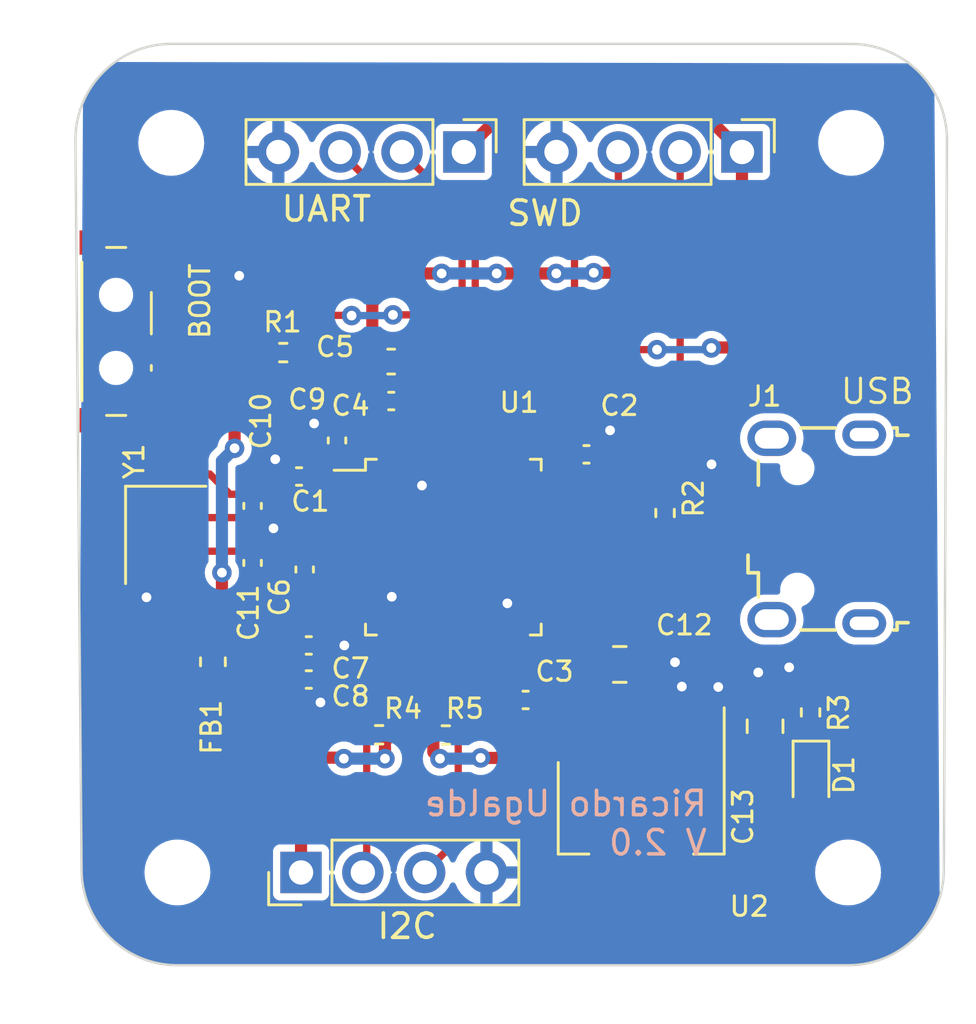
<source format=kicad_pcb>
(kicad_pcb (version 20221018) (generator pcbnew)
  (layers (0 "F.Cu" signal) (31 "B.Cu" power) (34 "B.Paste" user) (35 "F.Paste" user) (36 "B.SilkS" user "B.Silkscreen") (37 "F.SilkS" user "F.Silkscreen") (38 "B.Mask" user) (39 "F.Mask" user) (44 "Edge.Cuts" user))
  (net 0 "")
  (net 1 "+3.3V")
  (net 2 "GND")
  (net 3 "+3.3VA")
  (net 4 "/NRST")
  (net 5 "/HSE_IN")
  (net 6 "/HSE_OUT")
  (net 7 "VBUS")
  (net 8 "/PWR_LED_K")
  (net 9 "/USB_D-")
  (net 10 "/USB_D+")
  (net 13 "/SWDIO")
  (net 14 "/SWCLK")
  (net 15 "/USART1_TX")
  (net 16 "/USART1_DX")
  (net 17 "/I2C2_SCL")
  (net 18 "/I2C2_SDA")
  (net 19 "/SW_BOOT0")
  (net 20 "/BOOT0")
  (footprint "Capacitor_SMD:C_0402_1005Metric" (layer "F.Cu") (at 59.14 56.16 180)
    (fp_text reference "C3" (at -1.185 1.169) (layer "F.SilkS") (effects (font (size 0.8 0.8) (thickness 0.125))))
    (fp_text value "100n")
    (pad "1" smd roundrect (at -0.48 0 180) (size 0.56 0.62) (layers "F.Cu" "F.Paste" "F.Mask") (net 1 "+3.3V"))
    (pad "2" smd roundrect (at 0.48 0 180) (size 0.56 0.62) (layers "F.Cu" "F.Paste" "F.Mask") (net 2 "GND"))
  )
  (footprint "Resistor_SMD:R_0402_1005Metric" (layer "F.Cu") (at 49.18 41.89)
    (fp_text reference "R1" (at -0.031 -1.25) (layer "F.SilkS") (effects (font (size 0.8 0.8) (thickness 0.125))))
    (fp_text value "10K")
    (pad "1" smd roundrect (at -0.51 0) (size 0.54 0.64) (layers "F.Cu" "F.Paste" "F.Mask") (net 19 "/SW_BOOT0"))
    (pad "2" smd roundrect (at 0.51 0) (size 0.54 0.64) (layers "F.Cu" "F.Paste" "F.Mask") (net 20 "/BOOT0"))
  )
  (footprint "MountingHole:MountingHole_2.2mm_M2" (layer "F.Cu") (at 72.39 63.246)
    (fp_text reference "H4" hide)
    (fp_text value "MountingHole")
    (pad "" np_thru_hole circle (at 0 0) (size 2.2 2.2) (drill 2.2) (layers "*.Cu" "*.Mask"))
  )
  (footprint "MountingHole:MountingHole_2.2mm_M2" (layer "F.Cu") (at 44.577 33.274)
    (fp_text reference "H1" hide)
    (fp_text value "MountingHole")
    (pad "" np_thru_hole circle (at 0 0) (size 2.2 2.2) (drill 2.2) (layers "*.Cu" "*.Mask"))
  )
  (footprint "Resistor_SMD:R_0402_1005Metric" (layer "F.Cu") (at 64.87 48.48 -90)
    (fp_text reference "R2" (at -0.601 -1.17 90) (layer "F.SilkS") (effects (font (size 0.8 0.8) (thickness 0.125))))
    (fp_text value "1k5")
    (pad "1" smd roundrect (at -0.51 0 270) (size 0.54 0.64) (layers "F.Cu" "F.Paste" "F.Mask") (net 1 "+3.3V"))
    (pad "2" smd roundrect (at 0.51 0 270) (size 0.54 0.64) (layers "F.Cu" "F.Paste" "F.Mask") (net 10 "/USB_D+"))
  )
  (footprint "MountingHole:MountingHole_2.2mm_M2" (layer "F.Cu") (at 44.831 63.246)
    (fp_text reference "H3" hide)
    (fp_text value "MountingHole")
    (pad "" np_thru_hole circle (at 0 0) (size 2.2 2.2) (drill 2.2) (layers "*.Cu" "*.Mask"))
  )
  (footprint "Capacitor_SMD:C_0402_1005Metric" (layer "F.Cu") (at 47.92 50.53 90)
    (fp_text reference "C11" (at -2.048 -0.168 270) (layer "F.SilkS") (effects (font (size 0.8 0.8) (thickness 0.125))))
    (fp_text value "10p")
    (pad "1" smd roundrect (at -0.48 0 90) (size 0.56 0.62) (layers "F.Cu" "F.Paste" "F.Mask") (net 2 "GND"))
    (pad "2" smd roundrect (at 0.48 0 90) (size 0.56 0.62) (layers "F.Cu" "F.Paste" "F.Mask") (net 6 "/HSE_OUT"))
  )
  (footprint "LED_SMD:LED_0603_1608Metric" (layer "F.Cu") (at 70.866 59.3345 -90)
    (fp_text reference "D1" (at -0.09 -1.363 90) (layer "F.SilkS") (effects (font (size 0.8 0.8) (thickness 0.125))))
    (fp_text value "LED")
    (pad "1" smd roundrect (at -0.7875 0 270) (size 0.875 0.95) (layers "F.Cu" "F.Paste" "F.Mask") (net 8 "/PWR_LED_K"))
    (pad "2" smd roundrect (at 0.7875 0 270) (size 0.875 0.95) (layers "F.Cu" "F.Paste" "F.Mask") (net 1 "+3.3V"))
  )
  (footprint "Capacitor_SMD:C_0402_1005Metric" (layer "F.Cu") (at 50.23 53.92)
    (fp_text reference "C7" (at 1.713 0.944) (layer "F.SilkS") (effects (font (size 0.8 0.8) (thickness 0.125))))
    (fp_text value "1u")
    (pad "1" smd roundrect (at -0.48 0) (size 0.56 0.62) (layers "F.Cu" "F.Paste" "F.Mask") (net 3 "+3.3VA"))
    (pad "2" smd roundrect (at 0.48 0) (size 0.56 0.62) (layers "F.Cu" "F.Paste" "F.Mask") (net 2 "GND"))
  )
  (footprint "Capacitor_SMD:C_0603_1608Metric" (layer "F.Cu") (at 53.615 42.26)
    (fp_text reference "C5" (at -2.307 -0.604) (layer "F.SilkS") (effects (font (size 0.8 0.8) (thickness 0.125))))
    (fp_text value "10u")
    (pad "1" smd roundrect (at -0.775 0) (size 0.9 0.95) (layers "F.Cu" "F.Paste" "F.Mask") (net 1 "+3.3V"))
    (pad "2" smd roundrect (at 0.775 0) (size 0.9 0.95) (layers "F.Cu" "F.Paste" "F.Mask") (net 2 "GND"))
  )
  (footprint "Capacitor_SMD:C_0402_1005Metric" (layer "F.Cu") (at 47.92 48.19 90)
    (fp_text reference "C10" (at 3.486 0.34 270) (layer "F.SilkS") (effects (font (size 0.8 0.8) (thickness 0.125))))
    (fp_text value "10p")
    (pad "1" smd roundrect (at -0.48 0 90) (size 0.56 0.62) (layers "F.Cu" "F.Paste" "F.Mask") (net 2 "GND"))
    (pad "2" smd roundrect (at 0.48 0 90) (size 0.56 0.62) (layers "F.Cu" "F.Paste" "F.Mask") (net 5 "/HSE_IN"))
  )
  (footprint "Connector_PinHeader_2.54mm:PinHeader_1x04_P2.54mm_Vertical" (layer "F.Cu") (at 68.03 33.65 -90)
    (fp_text reference "J2" hide)
    (fp_text value "Conn_01x04_Pin")
    (pad "1" thru_hole rect (at 0 0 270) (size 1.7 1.7) (drill 1) (layers "*.Cu" "*.Mask") (net 1 "+3.3V"))
    (pad "2" thru_hole oval (at 0 2.54 270) (size 1.7 1.7) (drill 1) (layers "*.Cu" "*.Mask") (net 13 "/SWDIO"))
    (pad "3" thru_hole oval (at 0 5.08 270) (size 1.7 1.7) (drill 1) (layers "*.Cu" "*.Mask") (net 14 "/SWCLK"))
    (pad "4" thru_hole oval (at 0 7.62 270) (size 1.7 1.7) (drill 1) (layers "*.Cu" "*.Mask") (net 2 "GND"))
  )
  (footprint "Resistor_SMD:R_0402_1005Metric" (layer "F.Cu") (at 70.85 56.67 90)
    (fp_text reference "R3" (at -0.02 1.159 90) (layer "F.SilkS") (effects (font (size 0.8 0.8) (thickness 0.125))))
    (fp_text value "1k5")
    (pad "1" smd roundrect (at -0.51 0 90) (size 0.54 0.64) (layers "F.Cu" "F.Paste" "F.Mask") (net 8 "/PWR_LED_K"))
    (pad "2" smd roundrect (at 0.51 0 90) (size 0.54 0.64) (layers "F.Cu" "F.Paste" "F.Mask") (net 2 "GND"))
  )
  (footprint "Package_TO_SOT_SMD:SOT-223-3_TabPin2" (layer "F.Cu") (at 63.89 60.58 -90)
    (fp_text reference "U2" (at 4.063 -4.436 180) (layer "F.SilkS") (effects (font (size 0.8 0.8) (thickness 0.125))))
    (fp_text value "AMS1117-3.3")
    (pad "1" smd rect (at -3.15 -2.3 270) (size 2 1.5) (layers "F.Cu" "F.Paste" "F.Mask") (net 2 "GND"))
    (pad "2" smd rect (at -3.15 0 270) (size 2 1.5) (layers "F.Cu" "F.Paste" "F.Mask") (net 1 "+3.3V"))
    (pad "2" smd rect (at 3.15 0 270) (size 2 3.8) (layers "F.Cu" "F.Paste" "F.Mask") (net 1 "+3.3V"))
    (pad "3" smd rect (at -3.15 2.3 270) (size 2 1.5) (layers "F.Cu" "F.Paste" "F.Mask") (net 7 "VBUS"))
  )
  (footprint "Resistor_SMD:R_0402_1005Metric" (layer "F.Cu") (at 55.86 57.6)
    (fp_text reference "R5" (at 0.782 -1.085) (layer "F.SilkS") (effects (font (size 0.8 0.8) (thickness 0.125))))
    (fp_text value "1K5")
    (pad "1" smd roundrect (at -0.51 0) (size 0.54 0.64) (layers "F.Cu" "F.Paste" "F.Mask") (net 1 "+3.3V"))
    (pad "2" smd roundrect (at 0.51 0) (size 0.54 0.64) (layers "F.Cu" "F.Paste" "F.Mask") (net 18 "/I2C2_SDA"))
  )
  (footprint "Capacitor_SMD:C_0805_2012Metric" (layer "F.Cu") (at 68.98 57.24 90)
    (fp_text reference "C13" (at -3.72 -0.908 90) (layer "F.SilkS") (effects (font (size 0.8 0.8) (thickness 0.125))))
    (fp_text value "22u")
    (pad "1" smd roundrect (at -0.95 0 90) (size 1 1.45) (layers "F.Cu" "F.Paste" "F.Mask") (net 1 "+3.3V"))
    (pad "2" smd roundrect (at 0.95 0 90) (size 1 1.45) (layers "F.Cu" "F.Paste" "F.Mask") (net 2 "GND"))
  )
  (footprint "Button_Switch_SMD:SW_SPDT_PCM12" (layer "F.Cu") (at 42.639 41.021 -90)
    (fp_text reference "SW1" hide)
    (fp_text value "SW_SPDT")
    (pad "" smd rect (at -3.65 -0.78 270) (size 1 0.8) (layers "F.Cu" "F.Paste" "F.Mask"))
    (pad "" smd rect (at -3.65 1.43 270) (size 1 0.8) (layers "F.Cu" "F.Paste" "F.Mask"))
    (pad "" np_thru_hole circle (at -1.5 0.33 270) (size 0.9 0.9) (drill 0.9) (layers "*.Cu" "*.Mask"))
    (pad "" np_thru_hole circle (at 1.5 0.33 270) (size 0.9 0.9) (drill 0.9) (layers "*.Cu" "*.Mask"))
    (pad "" smd rect (at 3.65 -0.78 270) (size 1 0.8) (layers "F.Cu" "F.Paste" "F.Mask"))
    (pad "" smd rect (at 3.65 1.43 270) (size 1 0.8) (layers "F.Cu" "F.Paste" "F.Mask"))
    (pad "1" smd rect (at -2.25 -1.43 270) (size 0.7 1.5) (layers "F.Cu" "F.Paste" "F.Mask") (net 2 "GND"))
    (pad "2" smd rect (at 0.75 -1.43 270) (size 0.7 1.5) (layers "F.Cu" "F.Paste" "F.Mask") (net 19 "/SW_BOOT0"))
    (pad "3" smd rect (at 2.25 -1.43 270) (size 0.7 1.5) (layers "F.Cu" "F.Paste" "F.Mask") (net 1 "+3.3V"))
  )
  (footprint "Capacitor_SMD:C_0402_1005Metric" (layer "F.Cu") (at 61.64 46.07)
    (fp_text reference "C2" (at 1.352 -2.001) (layer "F.SilkS") (effects (font (size 0.8 0.8) (thickness 0.125))))
    (fp_text value "100n")
    (pad "1" smd roundrect (at -0.48 0) (size 0.56 0.62) (layers "F.Cu" "F.Paste" "F.Mask") (net 1 "+3.3V"))
    (pad "2" smd roundrect (at 0.48 0) (size 0.56 0.62) (layers "F.Cu" "F.Paste" "F.Mask") (net 2 "GND"))
  )
  (footprint "MountingHole:MountingHole_2.2mm_M2" (layer "F.Cu") (at 72.517 33.274)
    (fp_text reference "H2" hide)
    (fp_text value "MountingHole")
    (pad "" np_thru_hole circle (at 0 0) (size 2.2 2.2) (drill 2.2) (layers "*.Cu" "*.Mask"))
  )
  (footprint "Inductor_SMD:L_0603_1608Metric" (layer "F.Cu") (at 46.29 54.5925 -90)
    (fp_text reference "FB1" (at 2.6845 0.062 90) (layer "F.SilkS") (effects (font (size 0.8 0.8) (thickness 0.125))))
    (fp_text value "120R")
    (pad "1" smd roundrect (at -0.7875 0 270) (size 0.875 0.95) (layers "F.Cu" "F.Paste" "F.Mask") (net 3 "+3.3VA"))
    (pad "2" smd roundrect (at 0.7875 0 270) (size 0.875 0.95) (layers "F.Cu" "F.Paste" "F.Mask") (net 1 "+3.3V"))
  )
  (footprint "Connector_PinHeader_2.54mm:PinHeader_1x04_P2.54mm_Vertical" (layer "F.Cu") (at 56.6 33.65 -90)
    (fp_text reference "J3" hide)
    (fp_text value "Conn_01x04_Pin")
    (pad "1" thru_hole rect (at 0 0 270) (size 1.7 1.7) (drill 1) (layers "*.Cu" "*.Mask") (net 1 "+3.3V"))
    (pad "2" thru_hole oval (at 0 2.54 270) (size 1.7 1.7) (drill 1) (layers "*.Cu" "*.Mask") (net 15 "/USART1_TX"))
    (pad "3" thru_hole oval (at 0 5.08 270) (size 1.7 1.7) (drill 1) (layers "*.Cu" "*.Mask") (net 16 "/USART1_DX"))
    (pad "4" thru_hole oval (at 0 7.62 270) (size 1.7 1.7) (drill 1) (layers "*.Cu" "*.Mask") (net 2 "GND"))
  )
  (footprint "Capacitor_SMD:C_0805_2012Metric" (layer "F.Cu") (at 63.01 54.7)
    (fp_text reference "C12" (at 2.649 -1.614) (layer "F.SilkS") (effects (font (size 0.8 0.8) (thickness 0.125))))
    (fp_text value "22u")
    (pad "1" smd roundrect (at -0.95 0) (size 1 1.45) (layers "F.Cu" "F.Paste" "F.Mask") (net 7 "VBUS"))
    (pad "2" smd roundrect (at 0.95 0) (size 1 1.45) (layers "F.Cu" "F.Paste" "F.Mask") (net 2 "GND"))
  )
  (footprint "Connector_PinHeader_2.54mm:PinHeader_1x04_P2.54mm_Vertical" (layer "F.Cu") (at 49.911 63.246 90)
    (fp_text reference "J4" hide)
    (fp_text value "Conn_01x04_Pin")
    (pad "1" thru_hole rect (at 0 0 90) (size 1.7 1.7) (drill 1) (layers "*.Cu" "*.Mask") (net 1 "+3.3V"))
    (pad "2" thru_hole oval (at 0 2.54 90) (size 1.7 1.7) (drill 1) (layers "*.Cu" "*.Mask") (net 17 "/I2C2_SCL"))
    (pad "3" thru_hole oval (at 0 5.08 90) (size 1.7 1.7) (drill 1) (layers "*.Cu" "*.Mask") (net 18 "/I2C2_SDA"))
    (pad "4" thru_hole oval (at 0 7.62 90) (size 1.7 1.7) (drill 1) (layers "*.Cu" "*.Mask") (net 2 "GND"))
  )
  (footprint "Connector_USB:USB_Micro-B_Wuerth_629105150521" (layer "F.Cu") (at 71.105 49.135 90)
    (fp_text reference "J1" (at 5.447 -2.144 180) (layer "F.SilkS") (effects (font (size 0.8 0.8) (thickness 0.125))))
    (fp_text value "USB_B_Micro")
    (pad "" np_thru_hole oval (at -2.5 -0.8 90) (size 0.8 0.8) (drill 0.8) (layers "*.Cu" "*.Mask"))
    (pad "" np_thru_hole oval (at 2.5 -0.8 90) (size 0.8 0.8) (drill 0.8) (layers "*.Cu" "*.Mask"))
    (pad "1" smd rect (at -1.3 -1.9 90) (size 0.45 1.3) (layers "F.Cu" "F.Paste" "F.Mask") (net 7 "VBUS"))
    (pad "2" smd rect (at -0.65 -1.9 90) (size 0.45 1.3) (layers "F.Cu" "F.Paste" "F.Mask") (net 9 "/USB_D-"))
    (pad "3" smd rect (at 0 -1.9 90) (size 0.45 1.3) (layers "F.Cu" "F.Paste" "F.Mask") (net 10 "/USB_D+"))
    (pad "4" smd rect (at 0.65 -1.9 90) (size 0.45 1.3) (layers "F.Cu" "F.Paste" "F.Mask"))
    (pad "5" smd rect (at 1.3 -1.9 90) (size 0.45 1.3) (layers "F.Cu" "F.Paste" "F.Mask") (net 2 "GND"))
    (pad "6" thru_hole oval (at -3.875 1.95 90) (size 1.15 1.8) (drill oval 0.55 1.2) (layers "*.Cu" "*.Mask"))
    (pad "6" thru_hole oval (at -3.725 -1.85 90) (size 1.45 2) (drill oval 0.85 1.4) (layers "*.Cu" "*.Mask"))
    (pad "6" thru_hole oval (at 3.725 -1.85 90) (size 1.45 2) (drill oval 0.85 1.4) (layers "*.Cu" "*.Mask"))
    (pad "6" thru_hole oval (at 3.875 1.95 90) (size 1.15 1.8) (drill oval 0.55 1.2) (layers "*.Cu" "*.Mask"))
  )
  (footprint "Capacitor_SMD:C_0402_1005Metric" (layer "F.Cu") (at 53.62 43.88)
    (fp_text reference "C4" (at -1.677 0.189) (layer "F.SilkS") (effects (font (size 0.8 0.8) (thickness 0.125))))
    (fp_text value "100n")
    (pad "1" smd roundrect (at -0.48 0) (size 0.56 0.62) (layers "F.Cu" "F.Paste" "F.Mask") (net 1 "+3.3V"))
    (pad "2" smd roundrect (at 0.48 0) (size 0.56 0.62) (layers "F.Cu" "F.Paste" "F.Mask") (net 2 "GND"))
  )
  (footprint "Package_QFP:LQFP-48_7x7mm_P0.5mm" (layer "F.Cu") (at 56.17 49.8825)
    (fp_text reference "U1" (at 2.7 -5.9405) (layer "F.SilkS") (effects (font (size 0.8 0.8) (thickness 0.125))))
    (fp_text value "STM32F103C8T6")
    (pad "1" smd roundrect (at -4.1625 -2.75) (size 1.475 0.3) (layers "F.Cu" "F.Paste" "F.Mask") (net 1 "+3.3V"))
    (pad "2" smd roundrect (at -4.1625 -2.25) (size 1.475 0.3) (layers "F.Cu" "F.Paste" "F.Mask"))
    (pad "3" smd roundrect (at -4.1625 -1.75) (size 1.475 0.3) (layers "F.Cu" "F.Paste" "F.Mask"))
    (pad "4" smd roundrect (at -4.1625 -1.25) (size 1.475 0.3) (layers "F.Cu" "F.Paste" "F.Mask"))
    (pad "5" smd roundrect (at -4.1625 -0.75) (size 1.475 0.3) (layers "F.Cu" "F.Paste" "F.Mask") (net 5 "/HSE_IN"))
    (pad "6" smd roundrect (at -4.1625 -0.25) (size 1.475 0.3) (layers "F.Cu" "F.Paste" "F.Mask") (net 6 "/HSE_OUT"))
    (pad "7" smd roundrect (at -4.1625 0.25) (size 1.475 0.3) (layers "F.Cu" "F.Paste" "F.Mask") (net 4 "/NRST"))
    (pad "8" smd roundrect (at -4.1625 0.75) (size 1.475 0.3) (layers "F.Cu" "F.Paste" "F.Mask") (net 2 "GND"))
    (pad "9" smd roundrect (at -4.1625 1.25) (size 1.475 0.3) (layers "F.Cu" "F.Paste" "F.Mask") (net 3 "+3.3VA"))
    (pad "10" smd roundrect (at -4.1625 1.75) (size 1.475 0.3) (layers "F.Cu" "F.Paste" "F.Mask"))
    (pad "11" smd roundrect (at -4.1625 2.25) (size 1.475 0.3) (layers "F.Cu" "F.Paste" "F.Mask"))
    (pad "12" smd roundrect (at -4.1625 2.75) (size 1.475 0.3) (layers "F.Cu" "F.Paste" "F.Mask"))
    (pad "13" smd roundrect (at -2.75 4.1625) (size 0.3 1.475) (layers "F.Cu" "F.Paste" "F.Mask"))
    (pad "14" smd roundrect (at -2.25 4.1625) (size 0.3 1.475) (layers "F.Cu" "F.Paste" "F.Mask"))
    (pad "15" smd roundrect (at -1.75 4.1625) (size 0.3 1.475) (layers "F.Cu" "F.Paste" "F.Mask"))
    (pad "16" smd roundrect (at -1.25 4.1625) (size 0.3 1.475) (layers "F.Cu" "F.Paste" "F.Mask"))
    (pad "17" smd roundrect (at -0.75 4.1625) (size 0.3 1.475) (layers "F.Cu" "F.Paste" "F.Mask"))
    (pad "18" smd roundrect (at -0.25 4.1625) (size 0.3 1.475) (layers "F.Cu" "F.Paste" "F.Mask"))
    (pad "19" smd roundrect (at 0.25 4.1625) (size 0.3 1.475) (layers "F.Cu" "F.Paste" "F.Mask"))
    (pad "20" smd roundrect (at 0.75 4.1625) (size 0.3 1.475) (layers "F.Cu" "F.Paste" "F.Mask"))
    (pad "21" smd roundrect (at 1.25 4.1625) (size 0.3 1.475) (layers "F.Cu" "F.Paste" "F.Mask") (net 17 "/I2C2_SCL"))
    (pad "22" smd roundrect (at 1.75 4.1625) (size 0.3 1.475) (layers "F.Cu" "F.Paste" "F.Mask") (net 18 "/I2C2_SDA"))
    (pad "23" smd roundrect (at 2.25 4.1625) (size 0.3 1.475) (layers "F.Cu" "F.Paste" "F.Mask") (net 2 "GND"))
    (pad "24" smd roundrect (at 2.75 4.1625) (size 0.3 1.475) (layers "F.Cu" "F.Paste" "F.Mask") (net 1 "+3.3V"))
    (pad "25" smd roundrect (at 4.1625 2.75) (size 1.475 0.3) (layers "F.Cu" "F.Paste" "F.Mask"))
    (pad "26" smd roundrect (at 4.1625 2.25) (size 1.475 0.3) (layers "F.Cu" "F.Paste" "F.Mask"))
    (pad "27" smd roundrect (at 4.1625 1.75) (size 1.475 0.3) (layers "F.Cu" "F.Paste" "F.Mask"))
    (pad "28" smd roundrect (at 4.1625 1.25) (size 1.475 0.3) (layers "F.Cu" "F.Paste" "F.Mask"))
    (pad "29" smd roundrect (at 4.1625 0.75) (size 1.475 0.3) (layers "F.Cu" "F.Paste" "F.Mask"))
    (pad "30" smd roundrect (at 4.1625 0.25) (size 1.475 0.3) (layers "F.Cu" "F.Paste" "F.Mask"))
    (pad "31" smd roundrect (at 4.1625 -0.25) (size 1.475 0.3) (layers "F.Cu" "F.Paste" "F.Mask") (net 9 "/USB_D-"))
    (pad "32" smd roundrect (at 4.1625 -0.75) (size 1.475 0.3) (layers "F.Cu" "F.Paste" "F.Mask") (net 10 "/USB_D+"))
    (pad "33" smd roundrect (at 4.1625 -1.25) (size 1.475 0.3) (layers "F.Cu" "F.Paste" "F.Mask") (net 13 "/SWDIO"))
    (pad "34" smd roundrect (at 4.1625 -1.75) (size 1.475 0.3) (layers "F.Cu" "F.Paste" "F.Mask") (net 14 "/SWCLK"))
    (pad "35" smd roundrect (at 4.1625 -2.25) (size 1.475 0.3) (layers "F.Cu" "F.Paste" "F.Mask") (net 2 "GND"))
    (pad "36" smd roundrect (at 4.1625 -2.75) (size 1.475 0.3) (layers "F.Cu" "F.Paste" "F.Mask") (net 1 "+3.3V"))
    (pad "37" smd roundrect (at 2.75 -4.1625) (size 0.3 1.475) (layers "F.Cu" "F.Paste" "F.Mask"))
    (pad "38" smd roundrect (at 2.25 -4.1625) (size 0.3 1.475) (layers "F.Cu" "F.Paste" "F.Mask"))
    (pad "39" smd roundrect (at 1.75 -4.1625) (size 0.3 1.475) (layers "F.Cu" "F.Paste" "F.Mask"))
    (pad "40" smd roundrect (at 1.25 -4.1625) (size 0.3 1.475) (layers "F.Cu" "F.Paste" "F.Mask"))
    (pad "41" smd roundrect (at 0.75 -4.1625) (size 0.3 1.475) (layers "F.Cu" "F.Paste" "F.Mask"))
    (pad "42" smd roundrect (at 0.25 -4.1625) (size 0.3 1.475) (layers "F.Cu" "F.Paste" "F.Mask") (net 15 "/USART1_TX"))
    (pad "43" smd roundrect (at -0.25 -4.1625) (size 0.3 1.475) (layers "F.Cu" "F.Paste" "F.Mask") (net 16 "/USART1_DX"))
    (pad "44" smd roundrect (at -0.75 -4.1625) (size 0.3 1.475) (layers "F.Cu" "F.Paste" "F.Mask") (net 20 "/BOOT0"))
    (pad "45" smd roundrect (at -1.25 -4.1625) (size 0.3 1.475) (layers "F.Cu" "F.Paste" "F.Mask"))
    (pad "46" smd roundrect (at -1.75 -4.1625) (size 0.3 1.475) (layers "F.Cu" "F.Paste" "F.Mask"))
    (pad "47" smd roundrect (at -2.25 -4.1625) (size 0.3 1.475) (layers "F.Cu" "F.Paste" "F.Mask") (net 2 "GND"))
    (pad "48" smd roundrect (at -2.75 -4.1625) (size 0.3 1.475) (layers "F.Cu" "F.Paste" "F.Mask") (net 1 "+3.3V"))
  )
  (footprint "Resistor_SMD:R_0402_1005Metric" (layer "F.Cu") (at 53.12 57.59 180)
    (fp_text reference "R4" (at -0.982 1.075) (layer "F.SilkS") (effects (font (size 0.8 0.8) (thickness 0.125))))
    (fp_text value "1K5")
    (pad "1" smd roundrect (at -0.51 0 180) (size 0.54 0.64) (layers "F.Cu" "F.Paste" "F.Mask") (net 1 "+3.3V"))
    (pad "2" smd roundrect (at 0.51 0 180) (size 0.54 0.64) (layers "F.Cu" "F.Paste" "F.Mask") (net 17 "/I2C2_SCL"))
  )
  (footprint "Crystal:Crystal_SMD_3225-4Pin_3.2x2.5mm" (layer "F.Cu") (at 44.35 49.38 -90)
    (fp_text reference "Y1" (at -3.025 1.297 90) (layer "F.SilkS") (effects (font (size 0.8 0.8) (thickness 0.125))))
    (fp_text value "16MHz")
    (pad "1" smd rect (at -1.1 0.85 270) (size 1.4 1.2) (layers "F.Cu" "F.Paste" "F.Mask") (net 5 "/HSE_IN"))
    (pad "2" smd rect (at 1.1 0.85 270) (size 1.4 1.2) (layers "F.Cu" "F.Paste" "F.Mask") (net 2 "GND"))
    (pad "3" smd rect (at 1.1 -0.85 270) (size 1.4 1.2) (layers "F.Cu" "F.Paste" "F.Mask") (net 6 "/HSE_OUT"))
    (pad "4" smd rect (at -1.1 -0.85 270) (size 1.4 1.2) (layers "F.Cu" "F.Paste" "F.Mask") (net 2 "GND"))
  )
  (footprint "Capacitor_SMD:C_0402_1005Metric" (layer "F.Cu") (at 51.39 45.5 90)
    (fp_text reference "C9" (at 1.685 -1.225 180) (layer "F.SilkS") (effects (font (size 0.8 0.8) (thickness 0.125))))
    (fp_text value "100n")
    (pad "1" smd roundrect (at -0.48 0 90) (size 0.56 0.62) (layers "F.Cu" "F.Paste" "F.Mask") (net 4 "/NRST"))
    (pad "2" smd roundrect (at 0.48 0 90) (size 0.56 0.62) (layers "F.Cu" "F.Paste" "F.Mask") (net 2 "GND"))
  )
  (footprint "Capacitor_SMD:C_0402_1005Metric" (layer "F.Cu") (at 50.23 55.32)
    (fp_text reference "C8" (at 1.713 0.687) (layer "F.SilkS") (effects (font (size 0.8 0.8) (thickness 0.125))))
    (fp_text value "1u")
    (pad "1" smd roundrect (at -0.48 0) (size 0.56 0.62) (layers "F.Cu" "F.Paste" "F.Mask") (net 1 "+3.3V"))
    (pad "2" smd roundrect (at 0.48 0) (size 0.56 0.62) (layers "F.Cu" "F.Paste" "F.Mask") (net 2 "GND"))
  )
  (footprint "Capacitor_SMD:C_0402_1005Metric" (layer "F.Cu") (at 49.83 46.98 180)
    (fp_text reference "C1" (at -0.462 -1.026) (layer "F.SilkS") (effects (font (size 0.8 0.8) (thickness 0.125))))
    (fp_text value "100n")
    (pad "1" smd roundrect (at -0.48 0 180) (size 0.56 0.62) (layers "F.Cu" "F.Paste" "F.Mask") (net 1 "+3.3V"))
    (pad "2" smd roundrect (at 0.48 0 180) (size 0.56 0.62) (layers "F.Cu" "F.Paste" "F.Mask") (net 2 "GND"))
  )
  (footprint "Capacitor_SMD:C_0402_1005Metric" (layer "F.Cu") (at 50.06 50.8 90)
    (fp_text reference "C6" (at -1.143 -1.038 270) (layer "F.SilkS") (effects (font (size 0.8 0.8) (thickness 0.125))))
    (fp_text value "10n")
    (pad "1" smd roundrect (at -0.48 0 90) (size 0.56 0.62) (layers "F.Cu" "F.Paste" "F.Mask") (net 3 "+3.3VA"))
    (pad "2" smd roundrect (at 0.48 0 90) (size 0.56 0.62) (layers "F.Cu" "F.Paste" "F.Mask") (net 2 "GND"))
  )
  (gr_line (start 44.577 29.21) (end 72.517 29.21) (stroke (width 0.1)) (layer "Edge.Cuts"))
  (gr_arc (start 44.831 67.056) (mid 42.047121 65.902879) (end 40.894 63.119) (stroke (width 0.1)) (layer "Edge.Cuts"))
  (gr_line (start 76.454 33.147) (end 76.327 63.119) (stroke (width 0.1)) (layer "Edge.Cuts"))
  (gr_line (start 40.64 33.147) (end 40.894 63.119) (stroke (width 0.1)) (layer "Edge.Cuts"))
  (gr_arc (start 76.327 63.119) (mid 75.173879 65.902879) (end 72.39 67.056) (stroke (width 0.1)) (layer "Edge.Cuts"))
  (gr_arc (start 72.517 29.21) (mid 75.300879 30.363121) (end 76.454 33.147) (stroke (width 0.1)) (layer "Edge.Cuts"))
  (gr_line (start 44.831 67.056) (end 72.39 67.056) (stroke (width 0.1)) (layer "Edge.Cuts"))
  (gr_arc (start 40.64 33.147) (mid 41.793121 30.363121) (end 44.577 29.21) (stroke (width 0.1)) (layer "Edge.Cuts"))
  (gr_text "Ricardo Ugalde\nV 2.0\n" (at 66.675 62.611) (layer "B.SilkS") (effects (font (size 1 1)) (justify left bottom mirror)))
  (gr_text "I2C\n" (at 52.959 66.04) (layer "F.SilkS") (effects (font (size 1 1)) (justify left bottom)))
  (gr_text "USB\n" (at 72.009 44.069) (layer "F.SilkS") (effects (font (size 1 1) (thickness 0.125)) (justify left bottom)))
  (gr_text "BOOT" (at 46.228 41.402 90) (layer "F.SilkS") (effects (font (size 0.8 0.8) (thickness 0.125) bold) (justify left bottom)))
  (gr_text "UART\n" (at 49.022 36.576) (layer "F.SilkS") (effects (font (size 1 1)) (justify left bottom)))
  (gr_text "SWD\n" (at 58.293 36.75) (layer "F.SilkS") (effects (font (size 1 1)) (justify left bottom)))
  (segment (start 59.6 58.54) (end 59.62 58.52) (width 0.3) (layer "F.Cu") (net 1))
  (segment (start 68.03 41.68) (end 66.79 41.68) (width 0.5) (layer "F.Cu") (net 1))
  (segment (start 53.36 58.57) (end 53.36 57.86) (width 0.5) (layer "F.Cu") (net 1))
  (segment (start 58.627 31.623) (end 66.003 31.623) (width 0.5) (layer "F.Cu") (net 1))
  (segment (start 50.31 46.98) (end 50.31 46.670001) (width 0.3) (layer "F.Cu") (net 1))
  (segment (start 51.63 58.53) (end 51.67 58.57) (width 0.5) (layer "F.Cu") (net 1))
  (segment (start 53.27 39.41) (end 54.04 38.64) (width 0.5) (layer "F.Cu") (net 1))
  (segment (start 50.958 42.26) (end 52.84 42.26) (width 0.5) (layer "F.Cu") (net 1))
  (segment (start 52.0075 47.1325) (end 50.4625 47.1325) (width 0.3) (layer "F.Cu") (net 1))
  (segment (start 53.42 45.72) (end 53.42 44.92) (width 0.3) (layer "F.Cu") (net 1))
  (segment (start 62.91 38.61) (end 61.94 38.61) (width 0.5) (layer "F.Cu") (net 1))
  (segment (start 52.84 42.26) (end 52.84 43.58) (width 0.5) (layer "F.Cu") (net 1))
  (segment (start 46.35 55.32) (end 46.29 55.38) (width 0.5) (layer "F.Cu") (net 1))
  (segment (start 48.895 43.25) (end 49.968 43.25) (width 0.5) (layer "F.Cu") (net 1))
  (segment (start 56.6 33.65) (end 58.627 31.623) (width 0.5) (layer "F.Cu") (net 1))
  (segment (start 59.62 55.64) (end 59.62 56.16) (width 0.3) (layer "F.Cu") (net 1))
  (segment (start 53.64 57.6) (end 53.63 57.59) (width 0.5) (layer "F.Cu") (net 1))
  (segment (start 63.26 41.77) (end 62.14 41.77) (width 0.3) (layer "F.Cu") (net 1))
  (segment (start 60.3325 47.1325) (end 60.3325 46.8975) (width 0.3) (layer "F.Cu") (net 1))
  (segment (start 53.14 44.73) (end 53.32 44.91) (width 0.5) (layer "F.Cu") (net 1))
  (segment (start 63.26 41.77) (end 64.54 41.77) (width 0.3) (layer "F.Cu") (net 1))
  (segment (start 44.87 55.38) (end 44.43 54.94) (width 0.5) (layer "F.Cu") (net 1))
  (segment (start 69.215 58.425) (end 69.215 59.69) (width 0.5) (layer "F.Cu") (net 1))
  (segment (start 55.35 58.3) (end 55.62 58.57) (width 0.5) (layer "F.Cu") (net 1))
  (segment (start 67.63 59.54) (end 68.98 58.19) (width 0.3) (layer "F.Cu") (net 1))
  (segment (start 49.75 55.32) (end 49.75 58.58) (width 0.5) (layer "F.Cu") (net 1))
  (segment (start 68.35 63.73) (end 63.89 63.73) (width 0.5) (layer "F.Cu") (net 1))
  (segment (start 49.8 58.53) (end 49.911 58.641) (width 0.5) (layer "F.Cu") (net 1))
  (segment (start 63.26 41.77) (end 63.26 38.96) (width 0.5) (layer "F.Cu") (net 1))
  (segment (start 55.35 57.6) (end 53.64 57.6) (width 0.5) (layer "F.Cu") (net 1))
  (segment (start 44.43 52.6) (end 44.54 52.49) (width 0.5) (layer "F.Cu") (net 1))
  (segment (start 49.911 58.641) (end 49.911 63.246) (width 0.5) (layer "F.Cu") (net 1))
  (segment (start 59.6 58.54) (end 59.62 58.56) (width 0.3) (layer "F.Cu") (net 1))
  (segment (start 68.03 42.3) (end 64.84 45.49) (width 0.5) (layer "F.Cu") (net 1))
  (segment (start 46.66 51.93) (end 46.66 50.93) (width 0.5) (layer "F.Cu") (net 1))
  (segment (start 68.03 33.65) (end 68.03 41.68) (width 0.5) (layer "F.Cu") (net 1))
  (segment (start 52.84 43.58) (end 53.14 43.88) (width 0.5) (layer "F.Cu") (net 1))
  (segment (start 60.48 63.73) (end 63.89 63.73) (width 0.3) (layer "F.Cu") (net 1))
  (segment (start 64.87 45.52) (end 64.87 47.97) (width 0.5) (layer "F.Cu") (net 1))
  (segment (start 52.84 39.84) (end 53.27 39.41) (width 0.5) (layer "F.Cu") (net 1))
  (segment (start 62.14 41.77) (end 61.96 41.95) (width 0.3) (layer "F.Cu") (net 1))
  (segment (start 63.89 57.43) (end 63.89 58.36) (width 0.3) (layer "F.Cu") (net 1))
  (segment (start 65.07 59.54) (end 67.63 59.54) (width 0.3) (layer "F.Cu") (net 1))
  (segment (start 61.96 44.35) (end 61.16 45.15) (width 0.3) (layer "F.Cu") (net 1))
  (segment (start 68.98 63.1) (end 68.35 63.73) (width 0.5) (layer "F.Cu") (net 1))
  (segment (start 45.659 43.271) (end 44.069 43.271) (width 0.5) (layer "F.Cu") (net 1))
  (segment (start 48.895 45.255001) (end 48.895 43.25) (width 0.3) (layer "F.Cu") (net 1))
  (segment (start 53.14 43.88) (end 53.14 44.73) (width 0.5) (layer "F.Cu") (net 1))
  (segment (start 49.968 43.25) (end 50.958 42.26) (width 0.5) (layer "F.Cu") (net 1))
  (segment (start 68.98 60.57) (end 68.98 63.1) (width 0.5) (layer "F.Cu") (net 1))
  (segment (start 44.54 52.49) (end 46.1 52.49) (width 0.5) (layer "F.Cu") (net 1))
  (segment (start 60.3325 46.8975) (end 61.16 46.07) (width 0.3) (layer "F.Cu") (net 1))
  (segment (start 53.42 45.72) (end 53.42 44.91) (width 0.3) (layer "F.Cu") (net 1))
  (segment (start 55.35 57.6) (end 55.35 58.3) (width 0.5) (layer "F.Cu") (net 1))
  (segment (start 66.79 41.68) (end 66.77 41.7) (width 0.5) (layer "F.Cu") (net 1))
  (segment (start 52.84 42.26) (end 52.84 39.84) (width 0.5) (layer "F.Cu") (net 1))
  (segment (start 69.215 60.335) (end 68.98 60.57) (width 0.5) (layer "F.Cu") (net 1))
  (segment (start 50.4625 47.1325) (end 50.31 46.98) (width 0.3) (layer "F.Cu") (net 1))
  (segment (start 45.68 43.25) (end 45.659 43.271) (width 0.5) (layer "F.Cu") (net 1))
  (segment (start 54.04 38.64) (end 55.69 38.64) (width 0.5) (layer "F.Cu") (net 1))
  (segment (start 49.75 55.32) (end 46.35 55.32) (width 0.5) (layer "F.Cu") (net 1))
  (segment (start 50.31 46.670001) (end 48.895 45.255001) (width 0.3) (layer "F.Cu") (net 1))
  (segment (start 68.03 41.68) (end 68.03 42.3) (width 0.5) (layer "F.Cu") (net 1))
  (segment (start 53.36 57.86) (end 53.63 57.59) (width 0.5) (layer "F.Cu") (net 1))
  (segment (start 58.92 54.045) (end 58.92 54.94) (width 0.3) (layer "F.Cu") (net 1))
  (segment (start 63.89 58.36) (end 65.07 59.54) (width 0.3) (layer "F.Cu") (net 1))
  (segment (start 61.96 41.95) (end 61.96 44.35) (width 0.3) (layer "F.Cu") (net 1))
  (segment (start 46.29 55.38) (end 44.87 55.38) (width 0.5) (layer "F.Cu") (net 1))
  (segment (start 47.18 45.82) (end 47.18 43.32) (width 0.5) (layer "F.Cu") (net 1))
  (segment (start 59.62 58.52) (end 59.62 56.16) (width 0.3) (layer "F.Cu") (net 1))
  (segment (start 46.5 52.09) (end 46.66 51.93) (width 0.5) (layer "F.Cu") (net 1))
  (segment (start 69.428 60.122) (end 68.98 60.57) (width 0.5) (layer "F.Cu") (net 1))
  (segment (start 45.68 43.25) (end 48.895 43.25) (width 0.5) (layer "F.Cu") (net 1))
  (segment (start 49.8 58.53) (end 51.63 58.53) (width 0.5) (layer "F.Cu") (net 1))
  (segment (start 68.98 58.19) (end 69.215 58.425) (width 0.5) (layer "F.Cu") (net 1))
  (segment (start 63.26 38.96) (end 62.91 38.61) (width 0.5) (layer "F.Cu") (net 1))
  (segment (start 66.003 31.623) (end 68.03 33.65) (width 0.5) (layer "F.Cu") (net 1))
  (segment (start 57.29 58.54) (end 59.6 58.54) (width 0.5) (layer "F.Cu") (net 1))
  (segment (start 57.95 38.64) (end 60.4 38.64) (width 0.5) (layer "F.Cu") (net 1))
  (segment (start 44.43 54.94) (end 44.43 52.6) (width 0.5) (layer "F.Cu") (net 1))
  (segment (start 46.1 52.49) (end 46.5 52.09) (width 0.5) (layer "F.Cu") (net 1))
  (segment (start 61.16 45.15) (end 61.16 46.07) (width 0.3) (layer "F.Cu") (net 1))
  (segment (start 59.62 62.87) (end 60.48 63.73) (width 0.3) (layer "F.Cu") (net 1))
  (segment (start 70.866 60.122) (end 69.428 60.122) (width 0.5) (layer "F.Cu") (net 1))
  (segment (start 64.84 45.49) (end 64.87 45.52) (width 0.5) (layer "F.Cu") (net 1))
  (segment (start 59.62 58.56) (end 59.62 62.87) (width 0.3) (layer "F.Cu") (net 1))
  (segment (start 58.92 54.94) (end 59.62 55.64) (width 0.3) (layer "F.Cu") (net 1))
  (segment (start 69.215 59.69) (end 69.215 60.335) (width 0.5) (layer "F.Cu") (net 1))
  (via (at 64.54 41.77) (size 0.8) (drill 0.4) (layers "F.Cu" "B.Cu") (net 1))
  (via (at 55.69 38.64) (size 0.8) (drill 0.4) (layers "F.Cu" "B.Cu") (net 1))
  (via (at 47.18 45.82) (size 0.8) (drill 0.4) (layers "F.Cu" "B.Cu") (net 1))
  (via (at 66.77 41.7) (size 0.8) (drill 0.4) (layers "F.Cu" "B.Cu") (net 1))
  (via (at 57.95 38.64) (size 0.8) (drill 0.4) (layers "F.Cu" "B.Cu") (net 1))
  (via (at 55.62 58.57) (size 0.8) (drill 0.4) (layers "F.Cu" "B.Cu") (net 1))
  (via (at 51.67 58.57) (size 0.8) (drill 0.4) (layers "F.Cu" "B.Cu") (net 1))
  (via (at 57.29 58.54) (size 0.8) (drill 0.4) (layers "F.Cu" "B.Cu") (net 1))
  (via (at 60.4 38.64) (size 0.8) (drill 0.4) (layers "F.Cu" "B.Cu") (net 1))
  (via (at 53.36 58.57) (size 0.8) (drill 0.4) (layers "F.Cu" "B.Cu") (net 1))
  (via (at 61.94 38.61) (size 0.8) (drill 0.4) (layers "F.Cu" "B.Cu") (net 1))
  (via (at 46.66 50.93) (size 0.8) (drill 0.4) (layers "F.Cu" "B.Cu") (net 1))
  (segment (start 60.4 38.64) (end 61.91 38.64) (width 0.5) (layer "B.Cu") (net 1))
  (segment (start 51.67 58.57) (end 53.31 58.57) (width 0.5) (layer "B.Cu") (net 1))
  (segment (start 53.34 58.6) (end 53.36 58.58) (width 0.5) (layer "B.Cu") (net 1))
  (segment (start 55.62 58.57) (end 57.26 58.57) (width 0.5) (layer "B.Cu") (net 1))
  (segment (start 57.26 58.57) (end 57.29 58.54) (width 0.5) (layer "B.Cu") (net 1))
  (segment (start 53.31 58.57) (end 53.34 58.6) (width 0.5) (layer "B.Cu") (net 1))
  (segment (start 61.91 38.64) (end 61.94 38.61) (width 0.5) (layer "B.Cu") (net 1))
  (segment (start 64.54 41.77) (end 66.7 41.77) (width 0.3) (layer "B.Cu") (net 1))
  (segment (start 46.66 50.93) (end 46.66 46.34) (width 0.5) (layer "B.Cu") (net 1))
  (segment (start 66.7 41.77) (end 66.77 41.7) (width 0.3) (layer "B.Cu") (net 1))
  (segment (start 53.36 58.58) (end 53.36 58.57) (width 0.5) (layer "B.Cu") (net 1))
  (segment (start 46.66 46.34) (end 47.18 45.82) (width 0.5) (layer "B.Cu") (net 1))
  (segment (start 55.69 38.64) (end 57.95 38.64) (width 0.5) (layer "B.Cu") (net 1))
  (segment (start 53.92 45.72) (end 53.92 46.56062) (width 0.3) (layer "F.Cu") (net 2))
  (segment (start 53.92 46.56062) (end 54.70938 47.35) (width 0.3) (layer "F.Cu") (net 2))
  (segment (start 70.85 56.16) (end 70.85 55.7) (width 0.3) (layer "F.Cu") (net 2))
  (segment (start 47.335 38.771) (end 44.069 38.771) (width 0.3) (layer "F.Cu") (net 2))
  (segment (start 52.0075 50.6325) (end 51.16688 50.6325) (width 0.3) (layer "F.Cu") (net 2))
  (segment (start 60.3325 47.6325) (end 61.2065 47.6325) (width 0.3) (layer "F.Cu") (net 2))
  (segment (start 54.1 44.68) (end 54.1 43.88) (width 0.3) (layer "F.Cu") (net 2))
  (segment (start 66.19 57) (end 67.056 56.134) (width 0.3) (layer "F.Cu") (net 2))
  (segment (start 54.70938 47.35) (end 54.88 47.35) (width 0.3) (layer "F.Cu") (net 2))
  (segment (start 47.92 51.01) (end 49.060001 51.01) (width 0.3) (layer "F.Cu") (net 2))
  (segment (start 66.19 57.43) (end 66.19 57) (width 0.3) (layer "F.Cu") (net 2))
  (segment (start 58.42 55.92) (end 58.66 56.16) (width 0.3) (layer "F.Cu") (net 2))
  (segment (start 45.59 48.67) (end 47.92 48.67) (width 0.3) (layer "F.Cu") (net 2))
  (segment (start 51.39 45.02) (end 50.667082 45.02) (width 0.3) (layer "F.Cu") (net 2))
  (segment (start 70.85 55.7) (end 69.97 54.82) (width 0.3) (layer "F.Cu") (net 2))
  (segment (start 66.19 57.43) (end 66.19 56.24) (width 0.3) (layer "F.Cu") (net 2))
  (segment (start 48.851169 46.481169) (end 49.35 46.98) (width 0.5) (layer "F.Cu") (net 2))
  (segment (start 62.12 46.719) (end 62.12 46.07) (width 0.3) (layer "F.Cu") (net 2))
  (segment (start 58.42 54.045) (end 58.42 55.92) (width 0.3) (layer "F.Cu") (net 2))
  (segment (start 53.92 45.72) (end 53.92 44.86) (width 0.3) (layer "F.Cu") (net 2))
  (segment (start 48.851169 46.271832) (end 48.851169 46.481169) (width 0.5) (layer "F.Cu") (net 2))
  (segment (start 58.42 52.22) (end 58.39 52.19) (width 0.3) (layer "F.Cu") (net 2))
  (segment (start 50.87 50.34) (end 50.85 50.32) (width 0.3) (layer "F.Cu") (net 2))
  (segment (start 45.2 48.28) (end 45.59 48.67) (width 0.3) (layer "F.Cu") (net 2))
  (segment (start 54.39 42.26) (end 54.39 43.59) (width 0.5) (layer "F.Cu") (net 2))
  (segment (start 65.188 54.7) (end 65.278 54.61) (width 0.3) (layer "F.Cu") (net 2))
  (segment (start 53.64 51.42438) (end 53.64 51.92) (width 0.3) (layer "F.Cu") (net 2))
  (segment (start 58.42 54.045) (end 58.42 52.22) (width 0.3) (layer "F.Cu") (net 2))
  (segment (start 52.0075 50.6325) (end 52.84812 50.6325) (width 0.3) (layer "F.Cu") (net 2))
  (segment (start 49.060001 51.01) (end 49.750001 50.32) (width 0.3) (layer "F.Cu") (net 2))
  (segment (start 50.71 53.92) (end 51.689 53.92) (width 0.3) (layer "F.Cu") (net 2))
  (segment (start 53.92 44.86) (end 54.1 44.68) (width 0.3) (layer "F.Cu") (net 2))
  (segment (start 50.87438 50.34) (end 50.87 50.34) (width 0.3) (layer "F.Cu") (net 2))
  (segment (start 68.135 47.835) (end 66.78 46.48) (width 0.3) (layer "F.Cu") (net 2))
  (segment (start 62.12 46.07) (end 62.12 45.576) (width 0.3) (layer "F.Cu") (net 2))
  (segment (start 47.371 38.735) (end 47.335 38.771) (width 0.3) (layer "F.Cu") (net 2))
  (segment (start 50.667082 45.02) (end 50.448541 44.801459) (width 0.3) (layer "F.Cu") (net 2))
  (segment (start 68.98 55.31) (end 68.7 55.03) (width 0.3) (layer "F.Cu") (net 2))
  (segment (start 67.056 56.134) (end 67.056 55.626) (width 0.3) (layer "F.Cu") (net 2))
  (segment (start 48.34 48.67) (end 48.78 49.11) (width 0.3) (layer "F.Cu") (net 2))
  (segment (start 47.92 48.67) (end 48.34 48.67) (width 0.3) (layer "F.Cu") (net 2))
  (segment (start 61.2065 47.6325) (end 62.12 46.719) (width 0.3) (layer "F.Cu") (net 2))
  (segment (start 68.98 56.29) (end 68.98 55.31) (width 0.3) (layer "F.Cu") (net 2))
  (segment (start 51.16688 50.6325) (end 50.87438 50.34) (width 0.3) (layer "F.Cu") (net 2))
  (segment (start 49.750001 50.32) (end 50.06 50.32) (width 0.3) (layer "F.Cu") (net 2))
  (segment (start 50.71 56.261) (end 50.71 55.32) (width 0.3) (layer "F.Cu") (net 2))
  (segment (start 69.205 47.835) (end 68.135 47.835) (width 0.3) (layer "F.Cu") (net 2))
  (segment (start 43.5 51.882) (end 43.561 51.943) (width 0.25) (layer "F.Cu") (net 2))
  (segment (start 43.5 50.48) (end 43.5 51.882) (width 0.25) (layer "F.Cu") (net 2))
  (segment (start 54.39 43.59) (end 54.1 43.88) (width 0.5) (layer "F.Cu") (net 2))
  (segment (start 63.96 54.7) (end 65.188 54.7) (width 0.3) (layer "F.Cu") (net 2))
  (segment (start 62.12 45.576) (end 62.611 45.085) (width 0.3) (layer "F.Cu") (net 2))
  (segment (start 66.19 56.24) (end 65.56 55.61) (width 0.3) (layer "F.Cu") (net 2))
  (segment (start 50.85 50.32) (end 50.06 50.32) (width 0.3) (layer "F.Cu") (net 2))
  (segment (start 52.84812 50.6325) (end 53.64 51.42438) (width 0.3) (layer "F.Cu") (net 2))
  (via (at 53.64 51.92) (size 0.8) (drill 0.4) (layers "F.Cu" "B.Cu") (net 2))
  (via (at 65.56 55.61) (size 0.8) (drill 0.4) (layers "F.Cu" "B.Cu") (net 2))
  (via (at 65.278 54.61) (size 0.8) (drill 0.4) (layers "F.Cu" "B.Cu") (net 2))
  (via (at 48.851169 46.271832) (size 0.8) (drill 0.4) (layers "F.Cu" "B.Cu") (net 2))
  (via (at 68.7 55.03) (size 0.8) (drill 0.4) (layers "F.Cu" "B.Cu") (net 2))
  (via (at 66.78 46.48) (size 0.8) (drill 0.4) (layers "F.Cu" "B.Cu") (net 2))
  (via (at 43.561 51.943) (size 0.8) (drill 0.4) (layers "F.Cu" "B.Cu") (net 2))
  (via (at 69.97 54.82) (size 0.8) (drill 0.4) (layers "F.Cu" "B.Cu") (net 2))
  (via (at 50.448541 44.801459) (size 0.8) (drill 0.4) (layers "F.Cu" "B.Cu") (net 2))
  (via (at 54.88 47.35) (size 0.8) (drill 0.4) (layers "F.Cu" "B.Cu") (net 2))
  (via (at 58.39 52.19) (size 0.8) (drill 0.4) (layers "F.Cu" "B.Cu") (net 2))
  (via (at 47.371 38.735) (size 0.8) (drill 0.4) (layers "F.Cu" "B.Cu") (net 2))
  (via (at 62.611 45.085) (size 0.8) (drill 0.4) (layers "F.Cu" "B.Cu") (net 2))
  (via (at 50.71 56.261) (size 0.8) (drill 0.4) (layers "F.Cu" "B.Cu") (net 2))
  (via (at 48.78 49.11) (size 0.8) (drill 0.4) (layers "F.Cu" "B.Cu") (net 2))
  (via (at 67.056 55.626) (size 0.8) (drill 0.4) (layers "F.Cu" "B.Cu") (net 2))
  (via (at 51.689 53.92) (size 0.8) (drill 0.4) (layers "F.Cu" "B.Cu") (net 2))
  (segment (start 52.0075 51.1325) (end 51.0275 51.1325) (width 0.3) (layer "F.Cu") (net 3))
  (segment (start 49.75 53.18) (end 49.75 53.92) (width 0.3) (layer "F.Cu") (net 3))
  (segment (start 50.06 52.87) (end 49.75 53.18) (width 0.3) (layer "F.Cu") (net 3))
  (segment (start 50.06 51.28) (end 50.06 52.87) (width 0.3) (layer "F.Cu") (net 3))
  (segment (start 46.405 53.92) (end 46.29 53.805) (width 0.3) (layer "F.Cu") (net 3))
  (segment (start 50.06 51.28) (end 50.88 51.28) (width 0.3) (layer "F.Cu") (net 3))
  (segment (start 50.88 51.28) (end 51.0275 51.1325) (width 0.3) (layer "F.Cu") (net 3))
  (segment (start 49.75 53.92) (end 46.405 53.92) (width 0.3) (layer "F.Cu") (net 3))
  (segment (start 52.19562 45.98) (end 53.45 47.23438) (width 0.3) (layer "F.Cu") (net 4))
  (segment (start 53.45 47.23438) (end 53.45 49.8) (width 0.3) (layer "F.Cu") (net 4))
  (segment (start 53.1175 50.1325) (end 52.0075 50.1325) (width 0.3) (layer "F.Cu") (net 4))
  (segment (start 53.45 49.8) (end 53.1175 50.1325) (width 0.3) (layer "F.Cu") (net 4))
  (segment (start 51.39 45.98) (end 52.19562 45.98) (width 0.3) (layer "F.Cu") (net 4))
  (segment (start 43.5 47.17) (end 43.5 48.28) (width 0.3) (layer "F.Cu") (net 5))
  (segment (start 46.99 47.71) (end 46.16 46.88) (width 0.3) (layer "F.Cu") (net 5))
  (segment (start 48.4885 47.71) (end 49.911 49.1325) (width 0.3) (layer "F.Cu") (net 5))
  (segment (start 47.92 47.71) (end 48.4885 47.71) (width 0.3) (layer "F.Cu") (net 5))
  (segment (start 43.79 46.88) (end 43.5 47.17) (width 0.3) (layer "F.Cu") (net 5))
  (segment (start 46.16 46.88) (end 43.79 46.88) (width 0.3) (layer "F.Cu") (net 5))
  (segment (start 49.911 49.1325) (end 52.0075 49.1325) (width 0.3) (layer "F.Cu") (net 5))
  (segment (start 47.92 47.71) (end 46.99 47.71) (width 0.3) (layer "F.Cu") (net 5))
  (segment (start 47.92 50.05) (end 45.63 50.05) (width 0.3) (layer "F.Cu") (net 6))
  (segment (start 45.63 50.05) (end 45.2 50.48) (width 0.3) (layer "F.Cu") (net 6))
  (segment (start 49.17 50.05) (end 47.92 50.05) (width 0.3) (layer "F.Cu") (net 6))
  (segment (start 49.5875 49.6325) (end 49.17 50.05) (width 0.3) (layer "F.Cu") (net 6))
  (segment (start 52.0075 49.6325) (end 49.5875 49.6325) (width 0.3) (layer "F.Cu") (net 6))
  (segment (start 62.06 54.7) (end 62.06 56.96) (width 0.3) (layer "F.Cu") (net 7))
  (segment (start 66.532 50.435) (end 62.267 54.7) (width 0.3) (layer "F.Cu") (net 7))
  (segment (start 62.267 54.7) (end 62.06 54.7) (width 0.3) (layer "F.Cu") (net 7))
  (segment (start 62.06 56.96) (end 61.59 57.43) (width 0.3) (layer "F.Cu") (net 7))
  (segment (start 69.205 50.435) (end 66.532 50.435) (width 0.3) (layer "F.Cu") (net 7))
  (segment (start 70.85 58.531) (end 70.866 58.547) (width 0.5) (layer "F.Cu") (net 8))
  (segment (start 70.85 57.18) (end 70.85 58.531) (width 0.5) (layer "F.Cu") (net 8))
  (segment (start 68.68 49.685) (end 68.182968 49.685) (width 0.2) (layer "F.Cu") (net 9))
  (segment (start 60.3325 49.6325) (end 61.438751 49.6325) (width 0.2) (layer "F.Cu") (net 9))
  (segment (start 69.205 49.785) (end 68.78 49.785) (width 0.2) (layer "F.Cu") (net 9))
  (segment (start 61.438751 49.6325) (end 61.463751 49.6075) (width 0.2) (layer "F.Cu") (net 9))
  (segment (start 68.182968 49.685) (end 68.105468 49.6075) (width 0.2) (layer "F.Cu") (net 9))
  (segment (start 68.78 49.785) (end 68.68 49.685) (width 0.2) (layer "F.Cu") (net 9))
  (segment (start 61.463751 49.6075) (end 68.105468 49.6075) (width 0.2) (layer "F.Cu") (net 9))
  (segment (start 68.285468 49.1575) (end 61.463751 49.1575) (width 0.2) (layer "F.Cu") (net 10))
  (segment (start 68.68 49.235) (end 68.362968 49.235) (width 0.2) (layer "F.Cu") (net 10))
  (segment (start 68.78 49.135) (end 68.68 49.235) (width 0.2) (layer "F.Cu") (net 10))
  (segment (start 69.205 49.135) (end 68.78 49.135) (width 0.2) (layer "F.Cu") (net 10))
  (segment (start 61.438751 49.1325) (end 60.3325 49.1325) (width 0.2) (layer "F.Cu") (net 10))
  (segment (start 61.463751 49.1575) (end 61.438751 49.1325) (width 0.2) (layer "F.Cu") (net 10))
  (segment (start 68.362968 49.235) (end 68.285468 49.1575) (width 0.2) (layer "F.Cu") (net 10))
  (segment (start 61.6475 48.6325) (end 62.3 47.98) (width 0.3) (layer "F.Cu") (net 13))
  (segment (start 63.54 44.96) (end 65.49 43.01) (width 0.3) (layer "F.Cu") (net 13))
  (segment (start 62.3 47.98) (end 63.54 47.98) (width 0.3) (layer "F.Cu") (net 13))
  (segment (start 63.54 47.98) (end 63.54 44.96) (width 0.3) (layer "F.Cu") (net 13))
  (segment (start 60.3325 48.6325) (end 61.6475 48.6325) (width 0.3) (layer "F.Cu") (net 13))
  (segment (start 65.49 43.01) (end 65.49 33.65) (width 0.3) (layer "F.Cu") (net 13))
  (segment (start 61.13 36.92) (end 62.95 35.1) (width 0.3) (layer "F.Cu") (net 14))
  (segment (start 61.15 43.92) (end 61.15 36.94) (width 0.3) (layer "F.Cu") (net 14))
  (segment (start 59 46.98062) (end 59 47.92) (width 0.3) (layer "F.Cu") (net 14))
  (segment (start 61.15 36.94) (end 61.13 36.92) (width 0.3) (layer "F.Cu") (net 14))
  (segment (start 59.96 46.02062) (end 59 46.98062) (width 0.3) (layer "F.Cu") (net 14))
  (segment (start 59.96 46.02062) (end 59.96 45.11) (width 0.3) (layer "F.Cu") (net 14))
  (segment (start 62.95 35.1) (end 62.95 33.65) (width 0.3) (layer "F.Cu") (net 14))
  (segment (start 59 47.92) (end 59.2125 48.1325) (width 0.3) (layer "F.Cu") (net 14))
  (segment (start 59.96 45.11) (end 61.15 43.92) (width 0.3) (layer "F.Cu") (net 14))
  (segment (start 59.2125 48.1325) (end 60.3325 48.1325) (width 0.3) (layer "F.Cu") (net 14))
  (segment (start 54.06 33.65) (end 57.06938 36.65938) (width 0.3) (layer "F.Cu") (net 15))
  (segment (start 57.06938 36.65938) (end 57.06938 44.23) (width 0.3) (layer "F.Cu") (net 15))
  (segment (start 56.42 44.87938) (end 56.42 45.72) (width 0.3) (layer "F.Cu") (net 15))
  (segment (start 57.06938 44.23) (end 56.42 44.87938) (width 0.3) (layer "F.Cu") (net 15))
  (segment (start 53.81 35.94) (end 55.41 35.94) (width 0.3) (layer "F.Cu") (net 16))
  (segment (start 55.92 45.72) (end 55.92 44.62) (width 0.3) (layer "F.Cu") (net 16))
  (segment (start 55.92 44.62) (end 56.53 44.01) (width 0.3) (layer "F.Cu") (net 16))
  (segment (start 56.53 37.06) (end 55.41 35.94) (width 0.3) (layer "F.Cu") (net 16))
  (segment (start 51.52 33.65) (end 53.81 35.94) (width 0.3) (layer "F.Cu") (net 16))
  (segment (start 56.53 44.01) (end 56.53 37.06) (width 0.3) (layer "F.Cu") (net 16))
  (segment (start 52.61 63.087) (end 52.451 63.246) (width 0.3) (layer "F.Cu") (net 17))
  (segment (start 57.42 55.199634) (end 56.612634 56.007) (width 0.3) (layer "F.Cu") (net 17))
  (segment (start 52.61 57.59) (end 52.61 63.087) (width 0.3) (layer "F.Cu") (net 17))
  (segment (start 57.42 54.045) (end 57.42 55.199634) (width 0.3) (layer "F.Cu") (net 17))
  (segment (start 53.086 57.114) (end 52.61 57.59) (width 0.3) (layer "F.Cu") (net 17))
  (segment (start 56.612634 56.007) (end 53.086 56.007) (width 0.3) (layer "F.Cu") (net 17))
  (segment (start 53.086 56.007) (end 53.086 57.114) (width 0.3) (layer "F.Cu") (net 17))
  (segment (start 57.73 55.62) (end 57.73 57.56) (width 0.3) (layer "F.Cu") (net 18))
  (segment (start 57.92 55.43) (end 57.73 55.62) (width 0.3) (layer "F.Cu") (net 18))
  (segment (start 57.73 57.56) (end 57.69 57.6) (width 0.3) (layer "F.Cu") (net 18))
  (segment (start 56.37 57.6) (end 56.37 61.867) (width 0.3) (layer "F.Cu") (net 18))
  (segment (start 57.92 54.045) (end 57.92 55.43) (width 0.3) (layer "F.Cu") (net 18))
  (segment (start 56.37 61.867) (end 54.991 63.246) (width 0.3) (layer "F.Cu") (net 18))
  (segment (start 57.69 57.6) (end 56.37 57.6) (width 0.3) (layer "F.Cu") (net 18))
  (segment (start 45.68 41.75) (end 45.659 41.771) (width 0.3) (layer "F.Cu") (net 19))
  (segment (start 45.68 41.75) (end 48.53 41.75) (width 0.3) (layer "F.Cu") (net 19))
  (segment (start 45.659 41.771) (end 44.069 41.771) (width 0.3) (layer "F.Cu") (net 19))
  (segment (start 48.53 41.75) (end 48.67 41.89) (width 0.3) (layer "F.Cu") (net 19))
  (segment (start 51.22 40.36) (end 49.69 41.89) (width 0.3) (layer "F.Cu") (net 20))
  (segment (start 51.22 40.36) (end 51.98 40.36) (width 0.3) (layer "F.Cu") (net 20))
  (segment (start 53.69 40.34) (end 55.09 40.34) (width 0.3) (layer "F.Cu") (net 20))
  (segment (start 51.98 40.36) (end 51.99 40.37) (width 0.3) (layer "F.Cu") (net 20))
  (segment (start 55.09 40.34) (end 55.42 40.67) (width 0.3) (layer "F.Cu") (net 20))
  (segment (start 55.42 45.72) (end 55.42 40.67) (width 0.3) (layer "F.Cu") (net 20))
  (via (at 53.69 40.34) (size 0.8) (drill 0.4) (layers "F.Cu" "B.Cu") (net 20))
  (via (at 51.99 40.37) (size 0.8) (drill 0.4) (layers "F.Cu" "B.Cu") (net 20))
  (segment (start 51.99 40.37) (end 53.66 40.37) (width 0.3) (layer "B.Cu") (net 20))
  (segment (start 53.66 40.37) (end 53.69 40.34) (width 0.3) (layer "B.Cu") (net 20))
  (zone (net 2) (net_name "GND") (layer "F.Cu") (priority 1) (connect_pads yes (clearance 0.5)) (min_thickness 0.25) (fill yes (thermal_gap 0.5) (thermal_bridge_width 0.5))
    (polygon (pts (xy 64.262 53.594) (xy 64.262 55.753) (xy 65.405 56.642) (xy 67.691 56.769) (xy 68.072 56.007) (xy 71.374 56.007) (xy 71.374 54.229) (xy 66.167 54.229) (xy 66.167 53.594)))
  )
  (zone (net 2) (net_name "GND") (layer "B.Cu") (connect_pads (clearance 0.3)) (min_thickness 0.25) (fill yes (thermal_gap 0.5) (thermal_bridge_width 0.5))
    (polygon (pts (xy 40.98 29.95) (xy 75.93 30.01) (xy 76.18 68.1) (xy 40.75 68.01) (xy 40.96 29.99)))
  )
)
</source>
